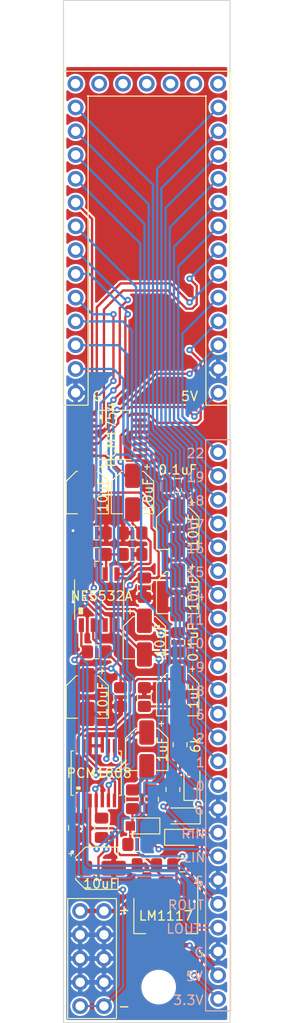
<source format=kicad_pcb>
(kicad_pcb (version 20211014) (generator pcbnew)
  (title_block (comment 4 "AISLER Project ID: NXZDVLSW"))
  (layers (0 "F.Cu" signal) (31 "B.Cu" signal) (34 "B.Paste" user) (35 "F.Paste" user) (36 "B.SilkS" user "B.Silkscreen") (37 "F.SilkS" user "F.Silkscreen") (38 "B.Mask" user) (39 "F.Mask" user) (44 "Edge.Cuts" user))
  (net 0 "")
  (net 1 "/Teensy_Pin_1")
  (net 2 "/Teensy_Pin_2")
  (net 3 "Net-(C15-Pad1)")
  (net 4 "Net-(J1-Pad3)")
  (net 5 "Net-(J1-Pad4)")
  (net 6 "/Teensy_Pin_6")
  (net 7 "Net-(J1-Pad5)")
  (net 8 "Net-(J1-Pad7)")
  (net 9 "/Teensy_Pin_8")
  (net 10 "/Teensy_Pin_9")
  (net 11 "/Teensy_Pin_10")
  (net 19 "-12V")
  (net 20 "GND")
  (net 21 "+12V")
  (net 22 "/5VPPAudioOutL")
  (net 23 "Net-(OpAmp1-Pad2)")
  (net 24 "Net-(C2-Pad2)")
  (net 25 "Net-(C4-Pad2)")
  (net 26 "Net-(OpAmp1-Pad6)")
  (net 27 "/5VPPAudioOutR")
  (net 28 "Net-(C9-Pad2)")
  (net 29 "Net-(J2-Pad20)")
  (net 31 "+5V")
  (net 32 "Net-(C2-Pad1)")
  (net 33 "Net-(C4-Pad1)")
  (net 34 "Net-(D1-Pad2)")
  (net 36 "Net-(J2-Pad23)")
  (net 37 "Net-(C9-Pad1)")
  (net 38 "+3.3V")
  (net 39 "/Teensy_Pin_11")
  (net 40 "Net-(C8-Pad1)")
  (net 41 "/LAudioIn")
  (net 42 "Net-(C8-Pad2)")
  (net 43 "Net-(D3-Pad2)")
  (net 44 "/RAudioIn")
  (net 45 "Net-(J2-Pad21)")
  (net 46 "Net-(C10-Pad2)")
  (net 47 "Net-(D1-Pad1)")
  (net 48 "Net-(D3-Pad1)")
  (net 49 "/Teensy_Pin_22")
  (net 50 "/Teensy_Pin_19")
  (net 51 "/Teensy_Pin_18")
  (net 52 "/Teensy_Pin_17")
  (net 53 "/Teensy_Pin_16")
  (net 54 "/Teensy_Pin_15")
  (net 55 "/Teensy_Pin_14")
  (net 56 "/Teensy_Pin_0")
  (footprint "Capacitor_SMD:CP_Elec_4x4.5" (layer "F.Cu") (at 164.592 157.988 -90)
    (fp_text reference "C8" hide)
    (fp_text value "1uF")
  )
  (footprint "Resistor_SMD:R_0805_2012Metric_Pad1.20x1.40mm_HandSolder" (layer "F.Cu") (at 155.956 153.416 180)
    (fp_text reference "R2" hide)
    (fp_text value "15k")
  )
  (footprint "Resistor_SMD:R_0805_2012Metric_Pad1.20x1.40mm_HandSolder" (layer "F.Cu") (at 161.798 169.164 90)
    (fp_text reference "R7" hide)
    (fp_text value "3k")
  )
  (footprint "Capacitor_SMD:CP_Elec_4x4.5" (layer "F.Cu") (at 164.592 147.066 -90)
    (fp_text reference "C5" hide)
    (fp_text value "10uF")
  )
  (footprint "Resistor_SMD:R_0805_2012Metric_Pad1.20x1.40mm_HandSolder" (layer "F.Cu") (at 159.766 169.164 -90)
    (fp_text reference "R8" hide)
    (fp_text value "6k")
  )
  (footprint "PCM1808:PCM1808PW" (layer "F.Cu") (at 155.8925 166.37 90)
    (fp_text reference "U2" hide)
    (fp_text value "PCM1808PW" hide)
  )
  (footprint "Resistor_SMD:R_0805_2012Metric_Pad1.20x1.40mm_HandSolder" (layer "F.Cu") (at 158.496 158.242 90)
    (fp_text reference "R1" hide)
    (fp_text value "10k")
  )
  (footprint "MountingHole:MountingHole_3.2mm_M3_ISO7380" (layer "F.Cu") (at 162.56 189.23)
    (fp_text reference "REF**" hide)
    (fp_text value "MountingHole_3.2mm_M3_ISO7380" hide)
  )
  (footprint "NE5534A:NE5532AD" (layer "F.Cu") (at 156.21 147.828 90)
    (fp_text reference "OpAmp1" hide)
    (fp_text value "NE5532A")
  )
  (footprint "Connector_PinHeader_2.54mm:PinHeader_2x05_P2.54mm_Vertical" (layer "F.Cu") (at 156.718 191.257 180)
    (fp_text reference "J4" hide)
    (fp_text value "Conn_02x05_Counter_Clockwise" hide)
  )
  (footprint "Capacitor_SMD:CP_Elec_4x4.5" (layer "F.Cu") (at 155.956 176.53)
    (fp_text reference "C7" hide)
    (fp_text value "10uF")
  )
  (footprint "Package_TO_SOT_SMD:SOT-223-3_TabPin2" (layer "F.Cu") (at 163.322 181.61 -90)
    (fp_text reference "U3" hide)
    (fp_text value "LM1117-5.0" hide)
  )
  (footprint "Resistor_SMD:R_0805_2012Metric_Pad1.20x1.40mm_HandSolder" (layer "F.Cu") (at 164.084388 168.115128 -90)
    (fp_text reference "R12" hide)
    (fp_text value "1k")
  )
  (footprint "Resistor_SMD:R_0805_2012Metric_Pad1.20x1.40mm_HandSolder" (layer "F.Cu") (at 159.766 143.002)
    (fp_text reference "R3" hide)
    (fp_text value "10k")
  )
  (footprint "MountingHole:MountingHole_3.2mm_M3_ISO7380" (layer "F.Cu") (at 162.56 87.63)
    (fp_text reference "REF**" hide)
    (fp_text value "MountingHole_3.2mm_M3_ISO7380" hide)
  )
  (footprint "Diode_SMD:D_SOD-323_HandSoldering" (layer "F.Cu") (at 160.786546 172.01465 180)
    (fp_text reference "D1" hide)
    (fp_text value "4.7V" hide)
  )
  (footprint "Resistor_SMD:R_0805_2012Metric_Pad1.20x1.40mm_HandSolder" (layer "F.Cu") (at 164.846 163.322 -90)
    (fp_text reference "R11" hide)
    (fp_text value "6k")
  )
  (footprint "Diode_SMD:D_SOD-323_HandSoldering" (layer "F.Cu") (at 166.116 167.386 90)
    (fp_text reference "D3" hide)
    (fp_text value "4.7V" hide)
  )
  (footprint "Capacitor_SMD:C_0805_2012Metric_Pad1.18x1.45mm_HandSolder" (layer "F.Cu") (at 165.099999 176.176218)
    (fp_text reference "C13" hide)
    (fp_text value "10uF")
  )
  (footprint "Resistor_SMD:R_0805_2012Metric_Pad1.20x1.40mm_HandSolder" (layer "F.Cu") (at 155.956 143.002)
    (fp_text reference "R4" hide)
    (fp_text value "15k")
  )
  (footprint "Resistor_SMD:R_0805_2012Metric_Pad1.20x1.40mm_HandSolder" (layer "F.Cu") (at 160.274 173.99)
    (fp_text reference "R9" hide)
    (fp_text value "1k")
  )
  (footprint "Capacitor_SMD:C_0805_2012Metric_Pad1.18x1.45mm_HandSolder" (layer "F.Cu") (at 164.592 135.636 180)
    (fp_text reference "C16" hide)
    (fp_text value "0.1uF")
  )
  (footprint "Capacitor_SMD:CP_Elec_4x4.5" (layer "F.Cu") (at 154.94 136.398 -90)
    (fp_text reference "C2" hide)
    (fp_text value "10uF")
  )
  (footprint "Resistor_SMD:R_0805_2012Metric_Pad1.20x1.40mm_HandSolder" (layer "F.Cu") (at 161.036 158.242 -90)
    (fp_text reference "R10" hide)
    (fp_text value "3k")
  )
  (footprint "Diode_SMD:D_SOD-323_HandSoldering" (layer "F.Cu") (at 165.1 170.942 180)
    (fp_text reference "D4" hide)
    (fp_text value "4.7V" hide)
  )
  (footprint "Connector_PinSocket_2.54mm:PinSocket_1x07_P2.54mm_Vertical" (layer "F.Cu") (at 153.67 92.71 90)
    (fp_text reference "J5" hide)
    (fp_text value "Teensy4.0_Pins_Top")
  )
  (footprint "Capacitor_SMD:C_0805_2012Metric_Pad1.18x1.45mm_HandSolder" (layer "F.Cu") (at 161.300924 176.176883 180)
    (fp_text reference "C14" hide)
    (fp_text value "22uF")
  )
  (footprint "Resistor_SMD:R_0805_2012Metric_Pad1.20x1.40mm_HandSolder" (layer "F.Cu") (at 155.956 140.716 180)
    (fp_text reference "R5" hide)
    (fp_text value "5k")
  )
  (footprint "Capacitor_SMD:CP_Elec_4x4.5" (layer "F.Cu") (at 161.036 151.892 -90)
    (fp_text reference "C1" hide)
    (fp_text value "10uF")
  )
  (footprint "Capacitor_SMD:C_0805_2012Metric_Pad1.18x1.45mm_HandSolder" (layer "F.Cu") (at 164.592 152.4 -90)
    (fp_text reference "C3" hide)
    (fp_text value "0.1uF")
  )
  (footprint "Capacitor_SMD:CP_Elec_4x4.5" (layer "F.Cu") (at 164.592 140.208 -90)
    (fp_text reference "C15" hide)
    (fp_text value "10uF")
  )
  (footprint "Capacitor_SMD:CP_Elec_4x4.5" (layer "F.Cu") (at 154.94 158.242 -90)
    (fp_text reference "C11" hide)
    (fp_text value "10uF")
  )
  (footprint "Diode_SMD:D_SOD-323_HandSoldering" (layer "F.Cu") (at 165.1 173.228)
    (fp_text reference "D2" hide)
    (fp_text value "4.7V" hide)
  )
  (footprint "Resistor_SMD:R_0805_2012Metric_Pad1.20x1.40mm_HandSolder" (layer "F.Cu") (at 159.766 140.716)
    (fp_text reference "R6" hide)
    (fp_text value "5k")
  )
  (footprint "Capacitor_SMD:C_0805_2012Metric_Pad1.18x1.45mm_HandSolder" (layer "F.Cu") (at 161.036 146.558 -90)
    (fp_text reference "C6" hide)
    (fp_text value "0.1uF")
  )
  (footprint "Connector_PinSocket_2.54mm:PinSocket_1x13_P2.54mm_Vertical" (layer "F.Cu") (at 153.695 95.25)
    (fp_text reference "J1" hide)
    (fp_text value "Teensy4.0_Pins_Right")
  )
  (footprint "Capacitor_SMD:C_0805_2012Metric_Pad1.18x1.45mm_HandSolder" (layer "F.Cu") (at 153.67 172.212 90)
    (fp_text reference "C10" hide)
    (fp_text value "0.1uF")
  )
  (footprint "Capacitor_SMD:CP_Elec_4x4.5" (layer "F.Cu") (at 161.29 163.83 -90)
    (fp_text reference "C9" hide)
    (fp_text value "1uF")
  )
  (footprint "Capacitor_SMD:C_0805_2012Metric_Pad1.18x1.45mm_HandSolder" (layer "F.Cu") (at 156.464 172.212 -90)
    (fp_text reference "C12" hide)
    (fp_text value "0.1uF")
  )
  (footprint "Capacitor_SMD:CP_Elec_4x4.5" (layer "F.Cu") (at 159.766 136.398 -90)
    (fp_text reference "C4" hide)
    (fp_text value "10uF")
  )
  (footprint "Connector_PinSocket_2.54mm:PinSocket_1x13_P2.54mm_Vertical" (layer "F.Cu") (at 168.935 95.25)
    (fp_text reference "J2" hide)
    (fp_text value "Teensy4.0_Pins_Left")
  )
  (footprint "PCM1754DBQR:PCM1754DBQ" (layer "F.Cu") (at 157.843725 130.2385)
    (fp_text reference "U1" hide)
    (fp_text value "PCM1754DBQ" hide)
  )
  (footprint "Connector_PinHeader_2.54mm:PinHeader_1x24_P2.54mm_Vertical" (layer "B.Cu") (at 168.91 190.5)
    (fp_text reference "J3" hide)
    (fp_text value "Conn_01x24_Male")
  )
  (gr_line (start 170.18 193.04) (end 152.4 193.04) (layer "Edge.Cuts") (width 0.1))
  (gr_line (start 170.18 83.82) (end 170.18 193.04) (layer "Edge.Cuts") (width 0.1))
  (gr_line (start 152.4 193.04) (end 152.4 83.82) (layer "Edge.Cuts") (width 0.1))
  (gr_line (start 152.4 83.82) (end 170.18 83.82) (layer "Edge.Cuts") (width 0.1))
  (gr_text "G" (at 166.878 177.927) (layer "B.SilkS") (effects (font (size 1 1))))
  (gr_text "10" (at 166.497 152.527) (layer "B.SilkS") (effects (font (size 1 1))))
  (gr_text "11" (at 166.497 149.987) (layer "B.SilkS") (effects (font (size 1 1))))
  (gr_text "14" (at 166.497 147.447) (layer "B.SilkS") (effects (font (size 1 1))))
  (gr_text "8" (at 167.005 157.607) (layer "B.SilkS") (effects (font (size 1 1))))
  (gr_text "G" (at 166.878 185.547) (layer "B.SilkS") (effects (font (size 1 1))))
  (gr_text "1" (at 167.005 165.227) (layer "B.SilkS") (effects (font (size 1 1))))
  (gr_text "0" (at 167.005 167.767) (layer "B.SilkS") (effects (font (size 1 1))))
  (gr_text "9" (at 167.005 155.067) (layer "B.SilkS") (effects (font (size 1 1))))
  (gr_text "15" (at 166.497 144.907) (layer "B.SilkS") (effects (font (size 1 1))))
  (gr_text "6" (at 167.005 160.147) (layer "B.SilkS") (effects (font (size 1 1))))
  (gr_text "18" (at 166.497 137.287) (layer "B.SilkS") (effects (font (size 1 1))))
  (gr_text "17" (at 166.497 139.827) (layer "B.SilkS") (effects (font (size 1 1))))
  (gr_text "3.3V" (at 165.735 190.627) (layer "B.SilkS") (effects (font (size 1 1))))
  (gr_text "16" (at 166.497 142.367) (layer "B.SilkS") (effects (font (size 1 1))))
  (gr_text "LOUT" (at 165.227 183.007) (layer "B.SilkS") (effects (font (size 1 1))))
  (gr_text "5V" (at 166.37 188.087) (layer "B.SilkS") (effects (font (size 1 1))))
  (gr_text "2" (at 167.005 162.687) (layer "B.SilkS") (effects (font (size 1 1))))
  (gr_text "RIN" (at 166.243 172.847) (layer "B.SilkS") (effects (font (size 1 1))))
  (gr_text "LIN" (at 166.37 175.387) (layer "B.SilkS") (effects (font (size 1 1))))
  (gr_text "22" (at 166.497 132.207) (layer "B.SilkS") (effects (font (size 1 1))))
  (gr_text "19\n" (at 166.497 134.747) (layer "B.SilkS") (effects (font (size 1 1))))
  (gr_text "ROUT" (at 165.481 180.467) (layer "B.SilkS") (effects (font (size 1 1))))
  (gr_text "G" (at 166.878 170.307) (layer "B.SilkS") (effects (font (size 1 1))))
  (gr_text "G\n" (at 155.956 126.111) (layer "F.SilkS") (effects (font (size 1 1))))
  (gr_text "-\n" (at 158.877 191.262) (layer "F.SilkS") (effects (font (size 1 1))))
  (gr_text "5V" (at 165.862 126.111) (layer "F.SilkS") (effects (font (size 1 1))))
  (gr_text "+" (at 158.877 180.975) (layer "F.SilkS") (effects (font (size 1 1))))
  (segment (start 163.017802 142.095188) (end 163.017802 140.208) (width 0.25) (layer "B.Cu") (net 1))
  (segment (start 168.91 165.1) (end 167.132 163.322) (width 0.25) (layer "B.Cu") (net 1))
  (segment (start 165.782 156.261188) (end 165.782 154.483188) (width 0.25) (layer "B.Cu") (net 1))
  (segment (start 166.682 160.968396) (end 166.682 159.064792) (width 0.25) (layer "B.Cu") (net 1))
  (segment (start 165.782 154.483188) (end 165.332 154.033188) (width 0.25) (layer "B.Cu") (net 1))
  (segment (start 164.817802 151.489782) (end 164.817802 149.589584) (width 0.25) (layer "B.Cu") (net 1))
  (segment (start 162.567802 137.818158) (end 162.05001 137.300366) (width 0.25) (layer "B.Cu") (net 1))
  (segment (start 166.232 158.614792) (end 166.232 156.711188) (width 0.25) (layer "B.Cu") (net 1))
  (segment (start 159.25 130.790792) (end 159.25 121.658) (width 0.25) (layer "B.Cu") (net 1))
  (segment (start 161.674 133.214792) (end 159.25 130.790792) (width 0.25) (layer "B.Cu") (net 1))
  (segment (start 166.232 156.711188) (end 165.782 156.261188) (width 0.25) (layer "B.Cu") (net 1))
  (segment (start 163.467802 142.545188) (end 163.017802 142.095188) (width 0.25) (layer "B.Cu") (net 1))
  (segment (start 162.05001 135.619584) (end 161.674 135.243574) (width 0.25) (layer "B.Cu") (net 1))
  (segment (start 161.674 135.243574) (end 161.674 133.214792) (width 0.25) (layer "B.Cu") (net 1))
  (segment (start 164.367802 149.139584) (end 164.367802 147.232574) (width 0.25) (layer "B.Cu") (net 1))
  (segment (start 163.017802 140.208) (end 162.567802 139.758) (width 0.25) (layer "B.Cu") (net 1))
  (segment (start 164.367802 147.232574) (end 163.888 146.752772) (width 0.25) (layer "B.Cu") (net 1))
  (segment (start 166.682 159.064792) (end 166.232 158.614792) (width 0.25) (layer "B.Cu") (net 1))
  (segment (start 165.332 154.033188) (end 165.332 152.00398) (width 0.25) (layer "B.Cu") (net 1))
  (segment (start 165.332 152.00398) (end 164.817802 151.489782) (width 0.25) (layer "B.Cu") (net 1))
  (segment (start 167.132 163.322) (end 167.132 161.418396) (width 0.25) (layer "B.Cu") (net 1))
  (segment (start 159.25 121.658) (end 158.242 120.65) (width 0.25) (layer "B.Cu") (net 1))
  (segment (start 164.817802 149.589584) (end 164.367802 149.139584) (width 0.25) (layer "B.Cu") (net 1))
  (segment (start 163.888 144.849168) (end 163.467802 144.42897) (width 0.25) (layer "B.Cu") (net 1))
  (segment (start 163.888 146.752772) (end 163.888 144.849168) (width 0.25) (layer "B.Cu") (net 1))
  (segment (start 162.05001 137.300366) (end 162.05001 135.619584) (width 0.25) (layer "B.Cu") (net 1))
  (segment (start 163.467802 144.42897) (end 163.467802 142.545188) (width 0.25) (layer "B.Cu") (net 1))
  (segment (start 158.242 120.65) (end 153.695 120.65) (width 0.25) (layer "B.Cu") (net 1))
  (segment (start 167.132 161.418396) (end 166.682 160.968396) (width 0.25) (layer "B.Cu") (net 1))
  (segment (start 162.567802 139.758) (end 162.567802 137.818158) (width 0.25) (layer "B.Cu") (net 1))
  (segment (start 163.467802 141.908792) (end 163.467802 140.005188) (width 0.25) (layer "B.Cu") (net 2))
  (segment (start 162.50001 137.11397) (end 162.50001 135.433188) (width 0.25) (layer "B.Cu") (net 2))
  (segment (start 162.124 135.057178) (end 162.124 133.028396) (width 0.25) (layer "B.Cu") (net 2))
  (segment (start 165.782 151.817584) (end 165.267802 151.303386) (width 0.25) (layer "B.Cu") (net 2))
  (segment (start 159.7 119.06) (end 158.75 118.11) (width 0.25) (layer "B.Cu") (net 2))
  (segment (start 164.338 144.662772) (end 163.917802 144.242574) (width 0.25) (layer "B.Cu") (net 2))
  (segment (start 166.682 158.428396) (end 166.682 156.524792) (width 0.25) (layer "B.Cu") (net 2))
  (segment (start 163.017802 139.555188) (end 163.017802 137.631762) (width 0.25) (layer "B.Cu") (net 2))
  (segment (start 164.338 146.566376) (end 164.338 144.662772) (width 0.25) (layer "B.Cu") (net 2))
  (segment (start 162.50001 135.433188) (end 162.124 135.057178) (width 0.25) (layer "B.Cu") (net 2))
  (segment (start 165.267802 149.403188) (end 164.817802 148.953188) (width 0.25) (layer "B.Cu") (net 2))
  (segment (start 165.782 153.846792) (end 165.782 151.817584) (width 0.25) (layer "B.Cu") (net 2))
  (segment (start 163.917802 142.358792) (end 163.467802 141.908792) (width 0.25) (layer "B.Cu") (net 2))
  (segment (start 167.132 158.878396) (end 166.682 158.428396) (width 0.25) (layer "B.Cu") (net 2))
  (segment (start 159.7 130.604396) (end 159.7 119.06) (width 0.25) (layer "B.Cu") (net 2))
  (segment (start 167.132 160.782) (end 167.132 158.878396) (width 0.25) (layer "B.Cu") (net 2))
  (segment (start 166.232 156.074792) (end 166.232 154.296792) (width 0.25) (layer "B.Cu") (net 2))
  (segment (start 163.017802 137.631762) (end 162.50001 137.11397) (width 0.25) (layer "B.Cu") (net 2))
  (segment (start 163.467802 140.005188) (end 163.017802 139.555188) (width 0.25) (layer "B.Cu") (net 2))
  (segment (start 166.232 154.296792) (end 165.782 153.846792) (width 0.25) (layer "B.Cu") (net 2))
  (segment (start 164.817802 148.953188) (end 164.817802 147.046178) (width 0.25) (layer "B.Cu") (net 2))
  (segment (start 162.124 133.028396) (end 159.7 130.604396) (width 0.25) (layer "B.Cu") (net 2))
  (segment (start 158.75 118.11) (end 153.695 118.11) (width 0.25) (layer "B.Cu") (net 2))
  (segment (start 166.682 156.524792) (end 166.232 156.074792) (width 0.25) (layer "B.Cu") (net 2))
  (segment (start 168.91 162.56) (end 167.132 160.782) (width 0.25) (layer "B.Cu") (net 2))
  (segment (start 163.917802 144.242574) (end 163.917802 142.358792) (width 0.25) (layer "B.Cu") (net 2))
  (segment (start 165.267802 151.303386) (end 165.267802 149.403188) (width 0.25) (layer "B.Cu") (net 2))
  (segment (start 164.817802 147.046178) (end 164.338 146.566376) (width 0.25) (layer "B.Cu") (net 2))
  (segment (start 163.83 135.636) (end 164.592 136.398) (width 0.25) (layer "F.Cu") (net 3))
  (segment (start 160.565073 131.826) (end 161.542522 131.826) (width 0.25) (layer "F.Cu") (net 3))
  (segment (start 161.798 132.081478) (end 161.798 133.096) (width 0.25) (layer "F.Cu") (net 3))
  (segment (start 163.5545 134.8525) (end 163.5545 135.636) (width 0.25) (layer "F.Cu") (net 3))
  (segment (start 161.542522 131.826) (end 161.798 132.081478) (width 0.25) (layer "F.Cu") (net 3))
  (segment (start 161.798 133.096) (end 163.5545 134.8525) (width 0.25) (layer "F.Cu") (net 3))
  (segment (start 163.5545 135.636) (end 163.83 135.636) (width 0.25) (layer "F.Cu") (net 3))
  (segment (start 164.592 136.398) (end 164.592 138.408) (width 0.25) (layer "F.Cu") (net 3))
  (segment (start 157.117 166.515) (end 157.901 167.299) (width 0.25) (layer "F.Cu") (net 4))
  (segment (start 157.901 167.299) (end 157.901 169.232499) (width 0.25) (layer "F.Cu") (net 4))
  (segment (start 157.734 124.46) (end 157.734 117.348) (width 0.25) (layer "F.Cu") (net 4))
  (segment (start 155.931614 166.515) (end 157.117 166.515) (width 0.25) (layer "F.Cu") (net 4))
  (segment (start 157.901 169.232499) (end 157.842499 169.291) (width 0.25) (layer "F.Cu") (net 4))
  (segment (start 155.859344 166.58727) (end 155.931614 166.515) (width 0.25) (layer "F.Cu") (net 4))
  (via (at 157.734 124.46) (size 0.7) (drill 0.3) (layers "F.Cu" "B.Cu") (net 4))
  (via (at 157.734 117.348) (size 0.7) (drill 0.3) (layers "F.Cu" "B.Cu") (net 4))
  (via (at 155.859344 166.58727) (size 0.7) (drill 0.3) (layers "F.Cu" "B.Cu") (net 4))
  (segment (start 155.905 145.873396) (end 155.905 126.289) (width 0.25) (layer "B.Cu") (net 4))
  (segment (start 155.905 126.289) (end 157.734 124.46) (width 0.25) (layer "B.Cu") (net 4))
  (segment (start 155.905 147.269) (end 156.464 146.71) (width 0.25) (layer "B.Cu") (net 4))
  (segment (start 155.905 166.541614) (end 155.905 147.269) (width 0.25) (layer "B.Cu") (net 4))
  (segment (start 156.464 146.432396) (end 155.905 145.873396) (width 0.25) (layer "B.Cu") (net 4))
  (segment (start 157.734 117.348) (end 155.473 117.348) (width 0.25) (layer "B.Cu") (net 4))
  (segment (start 155.859344 166.58727) (end 155.905 166.541614) (width 0.25) (layer "B.Cu") (net 4))
  (segment (start 155.473 117.348) (end 153.695 115.57) (width 0.25) (layer "B.Cu") (net 4))
  (segment (start 156.464 146.71) (end 156.464 146.432396) (width 0.25) (layer "B.Cu") (net 4))
  (segment (start 157.842501 164.700501) (end 157.988 164.846) (width 0.25) (layer "F.Cu") (net 5))
  (segment (start 159.004 117.602) (end 159.004 125.222) (width 0.25) (layer "F.Cu") (net 5))
  (segment (start 159.004 125.222) (end 157.734 126.492) (width 0.25) (layer "F.Cu") (net 5))
  (segment (start 159.258 117.348) (end 159.004 117.602) (width 0.25) (layer "F.Cu") (net 5))
  (segment (start 157.842501 163.449) (end 157.842501 164.700501) (width 0.25) (layer "F.Cu") (net 5))
  (via (at 157.734 126.492) (size 0.7) (drill 0.3) (layers "F.Cu" "B.Cu") (net 5))
  (via (at 157.988 164.846) (size 0.7) (drill 0.3) (layers "F.Cu" "B.Cu") (net 5))
  (via (at 159.258 117.348) (size 0.7) (drill 0.3) (layers "F.Cu" "B.Cu") (net 5))
  (segment (start 157.48 144.272) (end 157.792 143.96) (width 0.25) (layer "B.Cu") (net 5))
  (segment (start 157.988 158.242) (end 157.48 157.734) (width 0.25) (layer "B.Cu") (net 5))
  (segment (start 157.226 133.858) (end 157.226 127) (width 0.25) (layer "B.Cu") (net 5))
  (segment (start 159.258 117.348) (end 159.258 117.1305) (width 0.25) (layer "B.Cu") (net 5))
  (segment (start 156.805 156.364604) (end 156.805 154.149) (width 0.25) (layer "B.Cu") (net 5))
  (segment (start 157.792 153.162) (end 157.792 146.246) (width 0.25) (layer "B.Cu") (net 5))
  (segment (start 157.988 164.846) (end 157.988 158.242) (width 0.25) (layer "B.Cu") (net 5))
  (segment (start 156.805 154.149) (end 157.792 153.162) (width 0.25) (layer "B.Cu") (net 5))
  (segment (start 157.792 134.424) (end 157.226 133.858) (width 0.25) (layer "B.Cu") (net 5))
  (segment (start 157.48 157.039604) (end 156.805 156.364604) (width 0.25) (layer "B.Cu") (net 5))
  (segment (start 157.226 127) (end 157.734 126.492) (width 0.25) (layer "B.Cu") (net 5))
  (segment (start 157.48 157.734) (end 157.48 157.039604) (width 0.25) (layer "B.Cu") (net 5))
  (segment (start 157.48 145.934) (end 157.48 144.272) (width 0.25) (layer "B.Cu") (net 5))
  (segment (start 157.792 146.246) (end 157.48 145.934) (width 0.25) (layer "B.Cu") (net 5))
  (segment (start 155.1575 113.03) (end 153.695 113.03) (width 0.25) (layer "B.Cu") (net 5))
  (segment (start 157.792 143.96) (end 157.792 134.424) (width 0.25) (layer "B.Cu") (net 5))
  (segment (start 159.258 117.1305) (end 155.1575 113.03) (width 0.25) (layer "B.Cu") (net 5))
  (segment (start 160.15 130.418) (end 160.15 114.405) (width 0.25) (layer "B.Cu") (net 6))
  (segment (start 165.267802 146.859782) (end 164.817802 146.409782) (width 0.25) (layer "B.Cu") (net 6))
  (segment (start 164.817802 144.506178) (end 164.367802 144.056178) (width 0.25) (layer "B.Cu") (net 6))
  (segment (start 168.91 160.02) (end 167.132 158.242) (width 0.25) (layer "B.Cu") (net 6))
  (segment (start 163.917802 141.722396) (end 163.917802 139.818792) (width 0.25) (layer "B.Cu") (net 6))
  (segment (start 163.467802 139.368792) (end 163.467802 137.445366) (width 0.25) (layer "B.Cu") (net 6))
  (segment (start 162.574 134.870782) (end 162.574 132.842) (width 0.25) (layer "B.Cu") (net 6))
  (segment (start 167.132 158.242) (end 167.132 156.338396) (width 0.25) (layer "B.Cu") (net 6))
  (segment (start 167.132 156.338396) (end 166.682 155.888396) (width 0.25) (layer "B.Cu") (net 6))
  (segment (start 166.682 154.110396) (end 166.232 153.660396) (width 0.25) (layer "B.Cu") (net 6))
  (segment (start 162.574 132.842) (end 160.15 130.418) (width 0.25) (layer "B.Cu") (net 6))
  (segment (start 163.917802 139.818792) (end 163.467802 139.368792) (width 0.25) (layer "B.Cu") (net 6))
  (segment (start 164.367802 142.172396) (end 163.917802 141.722396) (width 0.25) (layer "B.Cu") (net 6))
  (segment (start 165.717802 151.11699) (end 165.717802 149.216792) (width 0.25) (layer "B.Cu") (net 6))
  (segment (start 165.267802 148.766792) (end 165.267802 146.859782) (width 0.25) (layer "B.Cu") (net 6))
  (segment (start 166.682 155.888396) (end 166.682 154.110396) (width 0.25) (layer "B.Cu") (net 6))
  (segment (start 162.95001 136.927574) (end 162.95001 135.246792) (width 0.25) (layer "B.Cu") (net 6))
  (segment (start 163.467802 137.445366) (end 162.95001 136.927574) (width 0.25) (layer "B.Cu") (net 6))
  (segment (start 166.232 153.660396) (end 166.232 151.631188) (width 0.25) (layer "B.Cu") (net 6))
  (segment (start 166.232 151.631188) (end 165.717802 151.11699) (width 0.25) (layer "B.Cu") (net 6))
  (segment (start 164.817802 146.409782) (end 164.817802 144.506178) (width 0.25) (layer "B.Cu") (net 6))
  (segment (start 162.95001 135.246792) (end 162.574 134.870782) (width 0.25) (layer "B.Cu") (net 6))
  (segment (start 160.15 114.405) (end 153.695 107.95) (width 0.25) (layer "B.Cu") (net 6))
  (segment (start 165.717802 149.216792) (end 165.267802 148.766792) (width 0.25) (layer "B.Cu") (net 6))
  (segment (start 164.367802 144.056178) (end 164.367802 142.172396) (width 0.25) (layer "B.Cu") (net 6))
  (segment (start 158.409 116.673) (end 158.409 124.801) (width 0.25) (layer "F.Cu") (net 7))
  (segment (start 159.258 115.824) (end 158.409 116.673) (width 0.25) (layer "F.Cu") (net 7))
  (segment (start 157.1925 164.6255) (end 157.1925 163.449) (width 0.25) (layer "F.Cu") (net 7))
  (segment (start 158.409 124.801) (end 157.734 125.476) (width 0.25) (layer "F.Cu") (net 7))
  (segment (start 156.972 164.846) (end 157.1925 164.6255) (width 0.25) (layer "F.Cu") (net 7))
  (via (at 159.258 115.824) (size 0.7) (drill 0.3) (layers "F.Cu" "B.Cu") (net 7))
  (via (at 157.734 125.476) (size 0.7) (drill 0.3) (layers "F.Cu" "B.Cu") (net 7))
  (via (at 156.972 164.846) (size 0.7) (drill 0.3) (layers "F.Cu" "B.Cu") (net 7))
  (segment (start 159.029 115.824) (end 153.695 110.49) (width 0.25) (layer "B.Cu") (net 7))
  (segment (start 156.355 126.855) (end 157.734 125.476) (width 0.25) (layer "B.Cu") (net 7))
  (segment (start 156.972 164.846) (end 157.03 164.788) (width 0.25) (layer "B.Cu") (net 7))
  (segment (start 157.03 157.226) (end 156.355 156.551) (width 0.25) (layer "B.Cu") (net 7))
  (segment (start 157.03 164.788) (end 157.03 157.226) (width 0.25) (layer "B.Cu") (net 7))
  (segment (start 156.972 147.066) (end 156.972 146.304) (width 0.25) (layer "B.Cu") (net 7))
  (segment (start 156.972 146.304) (end 156.355 145.687) (width 0.25) (layer "B.Cu") (net 7))
  (segment (start 156.355 156.551) (end 156.355 147.683) (width 0.25) (layer "B.Cu") (net 7))
  (segment (start 156.355 147.683) (end 156.972 147.066) (width 0.25) (layer "B.Cu") (net 7))
  (segment (start 159.258 115.824) (end 159.029 115.824) (width 0.25) (layer "B.Cu") (net 7))
  (segment (start 156.355 145.687) (end 156.355 126.855) (width 0.25) (layer "B.Cu") (net 7))
  (segment (start 154.069928 128.5184) (end 154.069928 127.616072) (width 0.25) (layer "F.Cu") (net 8))
  (segment (start 155.448 126.238) (end 155.448 107.163) (width 0.25) (layer "F.Cu") (net 8))
  (segment (start 154.069928 127.616072) (end 155.448 126.238) (width 0.25) (layer "F.Cu") (net 8))
  (segment (start 154.202528 128.651) (end 154.069928 128.5184) (width 0.25) (layer "F.Cu") (net 8))
  (segment (start 155.448 107.163) (end 153.695 105.41) (width 0.25) (layer "F.Cu") (net 8))
  (segment (start 155.122377 128.651) (end 154.202528 128.651) (width 0.25) (layer "F.Cu") (net 8))
  (segment (start 163.024 132.622772) (end 160.6 130.198772) (width 0.25) (layer "B.Cu") (net 9))
  (segment (start 166.167802 150.930594) (end 166.167802 149.030396) (width 0.25) (layer "B.Cu") (net 9))
  (segment (start 163.024 134.684386) (end 163.024 132.622772) (width 0.25) (layer "B.Cu") (net 9))
  (segment (start 165.717802 146.673386) (end 165.267802 146.223386) (width 0.25) (layer "B.Cu") (net 9))
  (segment (start 164.367802 141.536) (end 164.367802 139.632396) (width 0.25) (layer "B.Cu") (net 9))
  (segment (start 165.267802 144.319782) (end 164.817802 143.869782) (width 0.25) (layer "B.Cu") (net 9))
  (segment (start 167.132 155.702) (end 167.132 153.924) (width 0.25) (layer "B.Cu") (net 9))
  (segment (start 168.91 157.48) (end 167.132 155.702) (width 0.25) (layer "B.Cu") (net 9))
  (segment (start 166.682 151.444792) (end 166.167802 150.930594) (width 0.25) (layer "B.Cu") (net 9))
  (segment (start 166.682 153.474) (end 166.682 151.444792) (width 0.25) (layer "B.Cu") (net 9))
  (segment (start 165.717802 148.580396) (end 165.717802 146.673386) (width 0.25) (layer "B.Cu") (net 9))
  (segment (start 163.40001 135.060396) (end 163.024 134.684386) (width 0.25) (layer "B.Cu") (net 9))
  (segment (start 165.267802 146.223386) (end 165.267802 144.319782) (width 0.25) (layer "B.Cu") (net 9))
  (segment (start 160.6 109.775) (end 153.695 102.87) (width 0.25) (layer "B.Cu") (net 9))
  (segment (start 163.917802 137.25897) (end 163.40001 136.741178) (width 0.25) (layer "B.Cu") (net 9))
  (segment (start 163.40001 136.741178) (end 163.40001 135.060396) (width 0.25) (layer "B.Cu") (net 9))
  (segment (start 164.367802 139.632396) (end 163.917802 139.182396) (width 0.25) (layer "B.Cu") (net 9))
  (segment (start 167.132 153.924) (end 166.682 153.474) (width 0.25) (layer "B.Cu") (net 9))
  (segment (start 164.817802 143.869782) (end 164.817802 141.986) (width 0.25) (layer "B.Cu") (net 9))
  (segment (start 163.917802 139.182396) (end 163.917802 137.25897) (width 0.25) (layer "B.Cu") (net 9))
  (segment (start 164.817802 141.986) (end 164.367802 141.536) (width 0.25) (layer "B.Cu") (net 9))
  (segment (start 166.167802 149.030396) (end 165.717802 148.580396) (width 0.25) (layer "B.Cu") (net 9))
  (segment (start 160.6 130.198772) (end 160.6 109.775) (width 0.25) (layer "B.Cu") (net 9))
  (segment (start 164.817802 139.446) (end 164.367802 138.996) (width 0.25) (layer "B.Cu") (net 10))
  (segment (start 161.05 130.012376) (end 161.05 107.685) (width 0.25) (layer "B.Cu") (net 10))
  (segment (start 163.474 134.49799) (end 163.474 132.436376) (width 0.25) (layer "B.Cu") (net 10))
  (segment (start 166.167802 146.48699) (end 165.717802 146.03699) (width 0.25) (layer "B.Cu") (net 10))
  (segment (start 165.717802 144.133386) (end 165.267802 143.683386) (width 0.25) (layer "B.Cu") (net 10))
  (segment (start 166.617802 150.744198) (end 166.617802 148.844) (width 0.25) (layer "B.Cu") (net 10))
  (segment (start 163.85001 136.554782) (end 163.85001 134.874) (width 0.25) (layer "B.Cu") (net 10))
  (segment (start 165.267802 141.779782) (end 164.817802 141.329782) (width 0.25) (layer "B.Cu") (net 10))
  (segment (start 165.267802 143.683386) (end 165.267802 141.779782) (width 0.25) (layer "B.Cu") (net 10))
  (segment (start 167.132 151.258396) (end 166.617802 150.744198) (width 0.25) (layer "B.Cu") (net 10))
  (segment (start 163.474 132.436376) (end 161.05 130.012376) (width 0.25) (layer "B.Cu") (net 10))
  (segment (start 164.367802 137.072574) (end 163.85001 136.554782) (width 0.25) (layer "B.Cu") (net 10))
  (segment (start 166.167802 148.394) (end 166.167802 146.48699) (width 0.25) (layer "B.Cu") (net 10))
  (segment (start 167.132 153.162) (end 167.132 151.258396) (width 0.25) (layer "B.Cu") (net 10))
  (segment (start 166.617802 148.844) (end 166.167802 148.394) (width 0.25) (layer "B.Cu") (net 10))
  (segment (start 161.05 107.685) (end 153.695 100.33) (width 0.25) (layer "B.Cu") (net 10))
  (segment (start 163.85001 134.874) (end 163.474 134.49799) (width 0.25) (layer "B.Cu") (net 10))
  (segment (start 164.367802 138.996) (end 164.367802 137.072574) (width 0.25) (layer "B.Cu") (net 10))
  (segment (start 168.91 154.94) (end 167.132 153.162) (width 0.25) (layer "B.Cu") (net 10))
  (segment (start 164.817802 141.329782) (end 164.817802 139.446) (width 0.25) (layer "B.Cu") (net 10))
  (segment (start 165.717802 146.03699) (end 165.717802 144.133386) (width 0.25) (layer "B.Cu") (net 10))
  (segment (start 161.5 129.82598) (end 161.5 105.595) (width 0.25) (layer "B.Cu") (net 11))
  (segment (start 165.267802 141.143386) (end 165.267802 139.239782) (width 0.25) (layer "B.Cu") (net 11))
  (segment (start 164.817802 138.789782) (end 164.817802 136.886178) (width 0.25) (layer "B.Cu") (net 11))
  (segment (start 166.167802 145.850594) (end 166.167802 143.94699) (width 0.25) (layer "B.Cu") (net 11))
  (segment (start 165.267802 139.239782) (end 164.817802 138.789782) (width 0.25) (layer "B.Cu") (net 11))
  (segment (start 165.717802 143.49699) (end 165.717802 141.593386) (width 0.25) (layer "B.Cu") (net 11))
  (segment (start 168.91 152.4) (end 167.067802 150.557802) (width 0.25) (layer "B.Cu") (net 11))
  (segment (start 163.924 132.24998) (end 161.5 129.82598) (width 0.25) (layer "B.Cu") (net 11))
  (segment (start 163.924 134.28198) (end 163.924 132.24998) (width 0.25) (layer "B.Cu") (net 11))
  (segment (start 166.167802 143.94699) (end 165.717802 143.49699) (width 0.25) (layer "B.Cu") (net 11))
  (segment (start 161.5 105.595) (end 153.695 97.79) (width 0.25) (layer "B.Cu") (net 11))
  (segment (start 166.617802 148.204198) (end 166.617802 146.300594) (width 0.25) (layer "B.Cu") (net 11))
  (segment (start 166.617802 146.300594) (end 166.167802 145.850594) (width 0.25) (layer "B.Cu") (net 11))
  (segment (start 167.067802 150.557802) (end 167.067802 148.654198) (width 0.25) (layer "B.Cu") (net 11))
  (segment (start 164.30001 134.65799) (end 163.924 134.28198) (width 0.25) (layer "B.Cu") (net 11))
  (segment (start 164.817802 136.886178) (end 164.30001 136.368386) (width 0.25) (layer "B.Cu") (net 11))
  (segment (start 167.067802 148.654198) (end 166.617802 148.204198) (width 0.25) (layer "B.Cu") (net 11))
  (segment (start 164.30001 136.368386) (end 164.30001 134.65799) (width 0.25) (layer "B.Cu") (net 11))
  (segment (start 165.717802 141.593386) (end 165.267802 141.143386) (width 0.25) (layer "B.Cu") (net 11))
  (segment (start 161.2905 153.4375) (end 161.036 153.692) (width 0.25) (layer "F.Cu") (net 19))
  (segment (start 156.131 175.339) (end 156.131 178.229) (width 0.25) (layer "F.Cu") (net 19))
  (segment (start 158.115 150.771) (end 158.115 150.549348) (width 0.25) (layer "F.Cu") (net 19))
  (segment (start 161.036 153.692) (end 158.115 150.771) (width 0.25) (layer "F.Cu") (net 19))
  (segment (start 156.718 178.816) (end 158.75 178.816) (width 0.25) (layer "F.Cu") (net 19))
  (segment (start 164.592 153.4375) (end 161.2905 153.4375) (width 0.25) (layer "F.Cu") (net 19))
  (segment (start 162.074 153.692) (end 161.036 153.692) (width 0.25) (layer "F.Cu") (net 19))
  (segment (start 156.131 178.229) (end 156.718 178.816) (width 0.25) (layer "F.Cu") (net 19))
  (segment (start 162.56 154.178) (end 162.074 153.692) (width 0.25) (layer "F.Cu") (net 19))
  (segment (start 156.972 174.498) (end 156.131 175.339) (width 0.25) (layer "F.Cu") (net 19))
  (via (at 156.972 174.498) (size 0.7) (drill 0.3) (layers "F.Cu" "B.Cu") (net 19))
  (via (at 162.56 154.178) (size 0.7) (drill 0.3) (layers "F.Cu" "B.Cu") (net 19))
  (via (at 158.75 178.816) (size 0.7) (drill 0.3) (layers "F.Cu" "B.Cu") (net 19))
  (segment (start 158.692 172.362066) (end 158.692 171.196) (width 0.25) (layer "B.Cu") (net 19))
  (segment (start 156.718 191.257) (end 158.75 189.225) (width 0.25) (layer "B.Cu") (net 19))
  (segment (start 158.692 171.196) (end 159.891604 171.196) (width 0.25) (layer "B.Cu") (net 19))
  (segment (start 154.178 191.257) (end 156.718 191.257) (width 0.25) (layer "B.Cu") (net 19))
  (segment (start 156.972 174.082066) (end 158.692 172.362066) (width 0.25) (layer "B.Cu") (net 19))
  (segment (start 161.994 166.936) (end 160.586 166.936) (width 0.25) (layer "B.Cu") (net 19))
  (segment (start 159.891604 171.196) (end 160.586 170.501604) (width 0.25) (layer "B.Cu") (net 19))
  (segment (start 160.586 170.501604) (end 160.586 169.672) (width 0.25) (layer "B.Cu") (net 19))
  (segment (start 160.586 166.936) (end 160.586 169.614) (width 0.25) (layer "B.Cu") (net 19))
  (segment (start 158.75 189.225) (end 158.75 178.816) (width 0.25) (layer "B.Cu") (net 19))
  (segment (start 162.56 154.178) (end 162.56 166.37) (width 0.25) (layer "B.Cu") (net 19))
  (segment (start 156.972 174.498) (end 156.972 174.082066) (width 0.25) (layer "B.Cu") (net 19))
  (segment (start 162.56 166.37) (end 161.994 166.936) (width 0.25) (layer "B.Cu") (net 19))
  (segment (start 161.798 170.164) (end 161.885 170.251) (width 0.25) (layer "F.Cu") (net 20))
  (segment (start 165.622 178.46) (end 165.622 178.81) (width 0.5) (layer "F.Cu") (net 20))
  (segment (start 166.137499 177.944501) (end 165.622 178.46) (width 0.25) (layer "F.Cu") (net 20))
  (segment (start 160.263424 176.176883) (end 158.109117 176.176883) (width 0.25) (layer "F.Cu") (net 20))
  (segment (start 158.109117 176.176883) (end 157.756 176.53) (width 0.25) (layer "F.Cu") (net 20))
  (segment (start 166.137499 176.176218) (end 166.137499 177.944501) (width 0.25) (layer "F.Cu") (net 20))
  (via (at 153.416 140.462) (size 0.7) (drill 0.3) (layers "F.Cu" "B.Cu") (net 20))
  (via (at 153.416 148.082) (size 0.7) (drill 0.3) (layers "F.Cu" "B.Cu") (net 20))
  (via (at 153.3655 174.752) (size 0.7) (drill 0.3) (layers "F.Cu" "B.Cu") (net 20))
  (via (at 166.37 180.086) (size 0.7) (drill 0.3) (layers "F.Cu" "B.Cu") (net 20))
  (segment (start 164.183782 176.176218) (end 164.062499 176.176218) (width 0.25) (layer "F.Cu") (net 21))
  (segment (start 161.522 150.092) (end 161.036 150.092) (width 0.25) (layer "F.Cu") (net 21))
  (segment (start 164.465 180.721) (end 164.465 176.578719) (width 0.25) (layer "F.Cu") (net 21))
  (segment (start 162.814 151.384) (end 161.522 150.092) (width 0.25) (layer "F.Cu") (net 21))
  (segment (start 164.5705 151.384) (end 164.592 151.3625) (width 0.25) (layer "F.Cu") (net 21))
  (segment (start 165.1 175.26) (end 164.183782 176.176218) (width 0.25) (layer "F.Cu") (net 21))
  (segment (start 162.814 151.384) (end 164.5705 151.384) (width 0.25) (layer "F.Cu") (net 21))
  (segment (start 158.385 181.097) (end 156.718 181.097) (width 0.5) (layer "F.Cu") (net 21))
  (segment (start 161.036 149.86) (end 160.02 148.844) (width 0.25) (layer "F.Cu") (net 21))
  (segment (start 156.967121 148.844) (end 154.973914 146.850793) (width 0.25) (layer "F.Cu") (net 21))
  (segment (start 161.036 150.092) (end 161.036 149.86) (width 0.25) (layer "F.Cu") (net 21))
  (segment (start 154.178 181.097) (end 156.718 181.097) (width 0.5) (layer "F.Cu") (net 21))
  (segment (start 154.973914 146.850793) (end 154.973914 146.845914) (width 0.25) (layer "F.Cu") (net 21))
  (segment (start 161.022 178.46) (end 158.385 181.097) (width 0.5) (layer "F.Cu") (net 21))
  (segment (start 158.39 181.102) (end 164.084 181.102) (width 0.25) (layer "F.Cu") (net 21))
  (segment (start 154.973914 146.845914) (end 154.305 146.177) (width 0.25) (layer "F.Cu") (net 21))
  (segment (start 164.465 176.578719) (end 164.062499 176.176218) (width 0.25) (layer "F.Cu") (net 21))
  (segment (start 158.385 181.097) (end 158.39 181.102) (width 0.25) (layer "F.Cu") (net 21))
  (segment (start 164.084 181.102) (end 164.465 180.721) (width 0.25) (layer "F.Cu") (net 21))
  (segment (start 154.305 146.177) (end 154.305 145.106652) (width 0.25) (layer "F.Cu") (net 21))
  (segment (start 160.02 148.844) (end 156.967121 148.844) (width 0.25) (layer "F.Cu") (net 21))
  (via (at 162.814 151.384) (size 0.7) (drill 0.3) (layers "F.Cu" "B.Cu") (net 21))
  (via (at 165.1 175.26) (size 0.7) (drill 0.3) (layers "F.Cu" "B.Cu") (net 21))
  (segment (start 160.274 174.752) (end 160.274 171.45) (width 0.25) (layer "B.Cu") (net 21))
  (segment (start 162.860305 153.453) (end 162.814 153.453) (width 0.25) (layer "B.Cu") (net 21))
  (segment (start 163.285 154.478305) (end 163.285 153.877695) (width 0.25) (layer "B.Cu") (net 21))
  (segment (start 163.01 154.753305) (end 163.285 154.478305) (width 0.25) (layer "B.Cu") (net 21))
  (segment (start 161.036 167.386) (end 162.306 167.386) (width 0.25) (layer "B.Cu") (net 21))
  (segment (start 163.285 153.877695) (end 162.860305 153.453) (width 0.25) (layer "B.Cu") (net 21))
  (segment (start 165.1 175.26) (end 160.782 175.26) (width 0.25) (layer "B.Cu") (net 21))
  (segment (start 162.814 153.453) (end 162.814 151.384) (width 0.25) (layer "B.Cu") (net 21))
  (segment (start 161.036 170.688) (end 161.036 167.386) (width 0.25) (layer "B.Cu") (net 21))
  (segment (start 160.782 175.26) (end 160.274 174.752) (width 0.25) (layer "B.Cu") (net 21))
  (segment (start 163.01 166.682) (end 163.01 154.753305) (width 0.25) (layer "B.Cu") (net 21))
  (segment (start 160.274 171.45) (end 161.036 170.688) (width 0.25) (layer "B.Cu") (net 21))
  (segment (start 162.306 167.386) (end 163.01 166.682) (width 0.25) (layer "B.Cu") (net 21))
  (segment (start 154.956 153.416) (end 154.432 153.416) (width 0.25) (layer "F.Cu") (net 22))
  (segment (start 154.432 153.416) (end 153.574056 154.273944) (width 0.25) (layer "F.Cu") (net 22))
  (segment (start 154.305 152.765) (end 154.956 153.416) (width 0.25) (layer "F.Cu") (net 22))
  (segment (start 154.305 150.549348) (end 154.305 152.765) (width 0.25) (layer "F.Cu") (net 22))
  (via (at 153.574056 154.273944) (size 0.7) (drill 0.3) (layers "F.Cu" "B.Cu") (net 22))
  (segment (start 153.574056 154.273944) (end 154.04 154.739888) (width 0.25) (layer "B.Cu") (net 22))
  (segment (start 154.04 177.154) (end 154.432 177.546) (width 0.25) (layer "B.Cu") (net 22))
  (segment (start 164.338 177.292) (end 165.227 178.181) (width 0.25) (layer "B.Cu") (net 22))
  (segment (start 159.766 177.292) (end 164.338 177.292) (width 0.25) (layer "B.Cu") (net 22))
  (segment (start 165.227 178.181) (end 165.227 182.245) (width 0.25) (layer "B.Cu") (net 22))
  (segment (start 159.512 177.546) (end 159.766 177.292) (width 0.25) (layer "B.Cu") (net 22))
  (segment (start 165.862 182.88) (end 168.91 182.88) (width 0.25) (layer "B.Cu") (net 22))
  (segment (start 154.04 154.739888) (end 154.04 177.154) (width 0.25) (layer "B.Cu") (net 22))
  (segment (start 154.432 177.546) (end 159.512 177.546) (width 0.25) (layer "B.Cu") (net 22))
  (segment (start 165.227 182.245) (end 165.862 182.88) (width 0.25) (layer "B.Cu") (net 22))
  (segment (start 156.956 153.416) (end 158.496 154.956) (width 0.25) (layer "F.Cu") (net 23))
  (segment (start 155.575 150.549348) (end 155.575 152.035) (width 0.25) (layer "F.Cu") (net 23))
  (segment (start 158.496 154.956) (end 158.496 157.242) (width 0.25) (layer "F.Cu") (net 23))
  (segment (start 155.575 152.035) (end 156.956 153.416) (width 0.25) (layer "F.Cu") (net 23))
  (segment (start 153.22 146.475899) (end 156.845 150.100899) (width 0.25) (layer "F.Cu") (net 24))
  (segment (start 154.956 140.716) (end 153.22 142.452) (width 0.25) (layer "F.Cu") (net 24))
  (segment (start 156.845 150.100899) (end 156.845 150.549348) (width 0.25) (layer "F.Cu") (net 24))
  (segment (start 156.845 150.549348) (end 156.845 150.125) (width 0.25) (layer "F.Cu") (net 24))
  (segment (start 154.94 138.198) (end 154.94 140.7) (width 0.25) (layer "F.Cu") (net 24))
  (segment (start 154.94 140.7) (end 154.956 140.716) (width 0.25) (layer "F.Cu") (net 24))
  (segment (start 153.22 142.452) (end 153.22 146.475899) (width 0.25) (layer "F.Cu") (net 24))
  (segment (start 160.274 144.018) (end 159.185348 145.106652) (width 0.25) (layer "F.Cu") (net 25))
  (segment (start 161.691 141.641) (end 161.691 143.871) (width 0.25) (layer "F.Cu") (net 25))
  (segment (start 161.535 144.027) (end 160.283 144.027) (width 0.25) (layer "F.Cu") (net 25))
  (segment (start 161.691 143.871) (end 161.535 144.027) (width 0.25) (layer "F.Cu") (net 25))
  (segment (start 159.185348 145.106652) (end 158.115 145.106652) (width 0.25) (layer "F.Cu") (net 25))
  (segment (start 159.766 139.716) (end 160.766 140.716) (width 0.25) (layer "F.Cu") (net 25))
  (segment (start 159.766 138.198) (end 159.766 139.716) (width 0.25) (layer "F.Cu") (net 25))
  (segment (start 160.766 140.716) (end 161.691 141.641) (width 0.25) (layer "F.Cu") (net 25))
  (segment (start 160.283 144.027) (end 160.274 144.018) (width 0.25) (layer "F.Cu") (net 25))
  (segment (start 156.956 143.002) (end 156.956 144.995652) (width 0.25) (layer "F.Cu") (net 26))
  (segment (start 156.956 144.995652) (end 156.845 145.106652) (width 0.25) (layer "F.Cu") (net 26))
  (segment (start 156.956 143.002) (end 158.766 143.002) (width 0.25) (layer "F.Cu") (net 26))
  (segment (start 155.575 143.637) (end 155.575 145.106652) (width 0.25) (layer "F.Cu") (net 27))
  (segment (start 155.648914 146.571198) (end 155.575 146.497284) (width 0.25) (layer "F.Cu") (net 27))
  (segment (start 154.956 143.018) (end 155.575 143.637) (width 0.25) (layer "F.Cu") (net 27))
  (segment (start 154.956 143.002) (end 154.956 143.018) (width 0.25) (layer "F.Cu") (net 27))
  (segment (start 155.575 146.497284) (end 155.575 145.106652) (width 0.25) (layer "F.Cu") (net 27))
  (via (at 155.648914 146.571198) (size 0.7) (drill 0.3) (layers "F.Cu" "B.Cu") (net 27))
  (segment (start 153.67 149.606) (end 153.67 153.416) (width 0.25) (layer "B.Cu") (net 27))
  (segment (start 154.94 176.022) (end 155.194 176.276) (width 0.25) (layer "B.Cu") (net 27))
  (segment (start 155.194 176.276) (end 164.846 176.276) (width 0.25) (layer "B.Cu") (net 27))
  (segment (start 164.846 176.276) (end 168.91 180.34) (width 0.25) (layer "B.Cu") (net 27))
  (segment (start 154.94 147.280112) (end 154.94 148.336) (width 0.25) (layer "B.Cu") (net 27))
  (segment (start 153.67 153.416) (end 154.94 154.686) (width 0.25) (layer "B.Cu") (net 27))
  (segment (start 154.94 154.686) (end 154.94 176.022) (width 0.25) (layer "B.Cu") (net 27))
  (segment (start 154.94 148.336) (end 153.67 149.606) (width 0.25) (layer "B.Cu") (net 27))
  (segment (start 155.648914 146.571198) (end 154.94 147.280112) (width 0.25) (layer "B.Cu") (net 27))
  (segment (start 161.29 167.656) (end 161.798 168.164) (width 0.25) (layer "F.Cu") (net 28))
  (segment (start 161.29 165.63) (end 161.29 166.64) (width 0.25) (layer "F.Cu") (net 28))
  (segment (start 161.29 166.64) (end 159.766 168.164) (width 0.25) (layer "F.Cu") (net 28))
  (segment (start 161.29 165.63) (end 161.29 167.656) (width 0.25) (layer "F.Cu") (net 28))
  (segment (start 166.141595 116.753) (end 165.521 116.753) (width 0.25) (layer "F.Cu") (net 29))
  (segment (start 166.624 116.270595) (end 166.141595 116.753) (width 0.25) (layer "F.Cu") (net 29))
  (segment (start 156.718 129.032) (end 156.464 129.286) (width 0.25) (layer "F.Cu") (net 29))
  (segment (start 165.862 113.538) (end 166.624 114.3) (width 0.25) (layer "F.Cu") (net 29))
  (segment (start 158.75 114.808) (end 156.718 116.84) (width 0.25) (layer "F.Cu") (net 29))
  (segment (start 165.521 116.753) (end 163.576 114.808) (width 0.25) (layer "F.Cu") (net 29))
  (segment (start 156.464 129.286) (end 155.122377 129.286) (width 0.25) (layer "F.Cu") (net 29))
  (segment (start 156.718 116.84) (end 156.718 129.032) (width 0.25) (layer "F.Cu") (net 29))
  (segment (start 166.624 114.3) (end 166.624 116.270595) (width 0.25) (layer "F.Cu") (net 29))
  (segment (start 163.576 114.808) (end 158.75 114.808) (width 0.25) (layer "F.Cu") (net 29))
  (via (at 165.862 113.538) (size 0.7) (drill 0.3) (layers "F.Cu" "B.Cu") (net 29))
  (segment (start 165.862 113.538) (end 165.887 113.538) (width 0.25) (layer "B.Cu") (net 29))
  (segment (start 165.887 113.538) (end 168.935 110.49) (width 0.25) (layer "B.Cu") (net 29))
  (segment (start 153.668604 131.191) (end 155.122377 131.191) (width 0.25) (layer "F.Cu") (net 31))
  (segment (start 153.22 131.639604) (end 153.668604 131.191) (width 0.25) (layer "F.Cu") (net 31))
  (segment (start 163.322 184.76) (end 165.837 184.76) (width 0.5) (layer "F.Cu") (net 31))
  (segment (start 165.837 184.76) (end 165.862 184.785) (width 0.5) (layer "F.Cu") (net 31))
  (segment (start 162.56 145.288) (end 162.56 142.748) (width 0.25) (layer "F.Cu") (net 31))
  (segment (start 158.242 128.524) (end 158.242 128.991226) (width 0.25) (layer "F.Cu") (net 31))
  (segment (start 158.115 174.752) (end 158.115 172.6565) (width 0.25) (layer "F.Cu") (net 31))
  (segment (start 161.798 140.208) (end 161.798 138.176) (width 0.25) (layer "F.Cu") (net 31))
  (segment (start 153.22 135.291173) (end 153.22 131.639604) (width 0.25) (layer "F.Cu") (net 31))
  (segment (start 162.56 142.748) (end 162.141 142.329) (width 0.25) (layer "F.Cu") (net 31))
  (segment (start 155.242501 172.514501) (end 155.242501 172.260501) (width 0.25) (layer "F.Cu") (net 31))
  (segment (start 160.902883 175.126883) (end 158.489883 175.126883) (width 0.25) (layer "F.Cu") (net 31))
  (segment (start 161.036 136.906) (end 160.528 136.398) (width 0.25) (layer "F.Cu") (net 31))
  (segment (start 160.2955 145.5205) (end 161.036 145.5205) (width 0.25) (layer "F.Cu") (net 31))
  (segment (start 161.798 138.176) (end 161.036 137.414) (width 0.25) (layer "F.Cu") (net 31))
  (segment (start 157.719001 172.260501) (end 155.496501 172.260501) (width 0.25) (layer "F.Cu") (net 31))
  (segment (start 162.338424 176.176883) (end 162.338424 176.816424) (width 0.25) (layer "F.Cu") (net 31))
  (segment (start 154.326827 136.398) (end 153.22 135.291173) (width 0.25) (layer "F.Cu") (net 31))
  (segment (start 161.036 145.5205) (end 162.3275 145.5205) (width 0.25) (layer "F.Cu") (net 31))
  (segment (start 155.242501 172.260501) (end 155.242501 172.006501) (width 0.25) (layer "F.Cu") (net 31))
  (segment (start 155.242501 172.006501) (end 155.242501 169.291) (width 0.25) (layer "F.Cu") (net 31))
  (segment (start 161.036 137.414) (end 161.036 136.906) (width 0.25) (layer "F.Cu") (net 31))
  (segment (start 164.3375 145.5205) (end 164.592 145.266) (width 0.25) (layer "F.Cu") (net 31))
  (segment (start 155.496501 172.260501) (end 155.242501 172.006501) (width 0.25) (layer "F.Cu") (net 31))
  (segment (start 161.952883 176.176883) (end 160.902883 175.126883) (width 0.25) (layer "F.Cu") (net 31))
  (segment (start 158.242 128.991226) (end 156.042226 131.191) (width 0.25) (layer "F.Cu") (net 31))
  (segment (start 155.496501 172.260501) (end 155.242501 172.260501) (width 0.25) (layer "F.Cu") (net 31))
  (segment (start 159.512 127.254) (end 158.242 128.524) (width 0.25) (layer "F.Cu") (net 31))
  (segment (start 162.3275 145.5205) (end 162.7925 145.5205) (width 0.25) (layer "F.Cu") (net 31))
  (segment (start 162.141 142.329) (end 162.141 140.551) (width 0.25) (layer "F.Cu") (net 31))
  (segment (start 158.115 172.6565) (end 157.719001 172.260501) (width 0.25) (layer "F.Cu") (net 31))
  (segment (start 162.7925 145.5205) (end 164.3375 145.5205) (width 0.25) (layer "F.Cu") (net 31))
  (segment (start 166.37 128.27) (end 165.354 127.254) (width 0.25) (layer "F.Cu") (net 31))
  (segment (start 156.042226 131.191) (end 155.122377 131.191) (width 0.25) (layer "F.Cu") (net 31))
  (segment (start 160.528 136.398) (end 154.326827 136.398) (width 0.25) (layer "F.Cu") (net 31))
  (segment (start 162.3275 145.5205) (end 162.56 145.288) (width 0.25) (layer "F.Cu") (net 31))
  (segment (start 155.242501 172.514501) (end 155.242501 173.784501) (width 0.25) (layer "F.Cu") (net 31))
  (segment (start 158.489883 175.126883) (end 158.115 174.752) (width 0.25) (layer "F.Cu") (net 31))
  (segment (start 155.242501 173.784501) (end 155.937835 174.479835) (width 0.25) (layer "F.Cu") (net 31))
  (segment (start 159.512 146.304) (end 160.2955 145.5205) (width 0.25) (layer "F.Cu") (net 31))
  (segment (start 165.354 127.254) (end 159.512 127.254) (width 0.25) (layer "F.Cu") (net 31))
  (segment (start 162.7925 145.5205) (end 162.56 145.288) (width 0.25) (layer "F.Cu") (net 31))
  (segment (start 162.141 140.551) (end 161.798 140.208) (width 0.25) (layer "F.Cu") (net 31))
  (segment (start 163.322 177.8) (end 163.322 178.46) (width 0.25) (layer "F.Cu") (net 31))
  (segment (start 162.338424 176.816424) (end 163.322 177.8) (width 0.25) (layer "F.Cu") (net 31))
  (segment (start 155.242501 172.514501) (end 155.496501 172.260501) (width 0.25) (layer "F.Cu") (net 31))
  (segment (start 162.338424 176.176883) (end 161.952883 176.176883) (width 0.25) (layer "F.Cu") (net 31))
  (via (at 165.862 184.785) (size 0.7) (drill 0.3) (layers "F.Cu" "B.Cu") (net 31))
  (via (at 159.512 146.304) (size 0.7) (drill 0.3) (layers "F.Cu" "B.Cu") (net 31))
  (via (at 166.37 128.27) (size 0.7) (drill 0.3) (layers "F.Cu" "B.Cu") (net 31))
  (via (at 155.937835 174.479835) (size 0.7) (drill 0.3) (layers "F.Cu" "B.Cu") (net 31))
  (segment (start 166.37 128.27) (end 166.395 128.27) (width 0.25) (layer "B.Cu") (net 31))
  (segment (start 168.91 187.833) (end 165.862 184.785) (width 0.5) (layer "B.Cu") (net 31))
  (segment (start 159.904 156.219604) (end 159.2 155.515604) (width 0.25) (layer "B.Cu") (net 31))
  (segment (start 166.395 128.27) (end 168.935 125.73) (width 0.25) (layer "B.Cu") (net 31))
  (segment (start 158.242 172.17567) (end 155.937835 174.479835) (width 0.25) (layer "B.Cu") (net 31))
  (segment (start 159.2 146.616) (end 159.512 146.304) (width 0.25) (layer "B.Cu") (net 31))
  (segment (start 158.242 172.17567) (end 158.242 170.942) (width 0.25) (layer "B.Cu") (net 31))
  (segment (start 159.2 155.515604) (end 159.2 146.616) (width 0.25) (layer "B.Cu") (net 31))
  (segment (start 158.75 166.752396) (end 159.904 165.598396) (width 0.25) (layer "B.Cu") (net 31))
  (segment (start 159.904 165.598396) (end 159.904 156.219604) (width 0.25) (layer "B.Cu") (net 31))
  (segment (start 158.242 170.942) (end 158.75 170.434) (width 0.25) (layer "B.Cu") (net 31))
  (segment (start 158.75 170.434) (end 158.75 166.752396) (width 0.25) (layer "B.Cu") (net 31))
  (segment (start 168.91 187.96) (end 168.91 187.833) (width 0.5) (layer "B.Cu") (net 31))
  (segment (start 155.122377 131.826) (end 153.67 131.826) (width 0.25) (layer "F.Cu") (net 32))
  (segment (start 153.67 131.826) (end 153.67 133.328) (width 0.25) (layer "F.Cu") (net 32))
  (segment (start 153.67 133.328) (end 154.94 134.598) (width 0.25) (layer "F.Cu") (net 32))
  (segment (start 158.982 134.598) (end 159.766 134.598) (width 0.25) (layer "F.Cu") (net 33))
  (segment (start 156.845 132.461) (end 158.982 134.598) (width 0.25) (layer "F.Cu") (net 33))
  (segment (start 155.122377 132.461) (end 156.845 132.461) (width 0.25) (layer "F.Cu") (net 33))
  (segment (start 159.766 171.724) (end 159.532 171.958) (width 0.25) (layer "F.Cu") (net 34))
  (segment (start 159.766 170.164) (end 159.766 171.724) (width 0.25) (layer "F.Cu") (net 34))
  (segment (start 159.532 173.732) (end 159.274 173.99) (width 0.25) (layer "F.Cu") (net 34))
  (segment (start 159.532 171.958) (end 159.532 173.732) (width 0.25) (layer "F.Cu") (net 34))
  (segment (start 167.045 122.341) (end 167.045 128.549595) (width 0.25) (layer "F.Cu") (net 36))
  (segment (start 158.496 130.302) (end 159.258 129.54) (width 0.25) (layer "F.Cu") (net 36))
  (segment (start 159.258 128.345624) (end 159.587624 128.016) (width 0.25) (layer "F.Cu") (net 36))
  (segment (start 161.484922 128.016) (end 160.565073 128.016) (width 0.25) (layer "F.Cu") (net 36))
  (segment (start 165.862 121.158) (end 167.045 122.341) (width 0.25) (layer "F.Cu") (net 36))
  (segment (start 162.413922 128.945) (end 161.484922 128.016) (width 0.25) (layer "F.Cu") (net 36))
  (segment (start 157.226 169.2575) (end 157.1925 169.291) (width 0.25) (layer "F.Cu") (net 36))
  (segment (start 158.496 133.096) (end 158.496 130.302) (width 0.25) (layer "F.Cu") (net 36))
  (segment (start 166.649595 128.945) (end 162.413922 128.945) (width 0.25) (layer "F.Cu") (net 36))
  (segment (start 157.226 167.64) (end 157.226 169.2575) (width 0.25) (layer "F.Cu") (net 36))
  (segment (start 159.258 129.54) (end 159.258 128.345624) (width 0.25) (layer "F.Cu") (net 36))
  (segment (start 167.045 128.549595) (end 166.649595 128.945) (width 0.25) (layer "F.Cu") (net 36))
  (segment (start 159.587624 128.016) (end 160.565073 128.016) (width 0.25) (layer "F.Cu") (net 36))
  (via (at 158.496 133.096) (size 0.7) (drill 0.3) (layers "F.Cu" "B.Cu") (net 36))
  (via (at 157.226 167.64) (size 0.7) (drill 0.3) (layers "F.Cu" "B.Cu") (net 36))
  (via (at 165.862 121.158) (size 0.7) (drill 0.3) (layers "F.Cu" "B.Cu") (net 36))
  (segment (start 159.766 140.208) (end 159.766 145.024695) (width 0.25) (layer "B.Cu") (net 36))
  (segment (start 159.454 156.406) (end 159.454 165.412) (width 0.25) (layer "B.Cu") (net 36))
  (segment (start 158.75 155.702) (end 159.454 156.406) (width 0.25) (layer "B.Cu") (net 36))
  (segment (start 158.748056 133.348056) (end 158.748056 139.190056) (width 0.25) (layer "B.Cu") (net 36))
  (segment (start 159.454 165.412) (end 157.226 167.64) (width 0.25) (layer "B.Cu") (net 36))
  (segment (start 158.748056 139.190056) (end 159.766 140.208) (width 0.25) (layer "B.Cu") (net 36))
  (segment (start 158.75 146.040695) (end 158.75 155.702) (width 0.25) (layer "B.Cu") (net 36))
  (segment (start 158.496 133.096) (end 158.748056 133.348056) (width 0.25) (layer "B.Cu") (net 36))
  (segment (start 165.887 121.158) (end 168.935 118.11) (width 0.25) (layer "B.Cu") (net 36))
  (segment (start 165.862 121.158) (end 165.887 121.158) (width 0.25) (layer "B.Cu") (net 36))
  (segment (start 159.766 145.024695) (end 158.75 146.040695) (width 0.25) (layer "B.Cu") (net 36))
  (segment (start 159.258 163.068) (end 160.296 162.03) (width 0.25) (layer "F.Cu") (net 37))
  (segment (start 154.5925 164.429999) (end 156.133501 165.971) (width 0.25) (layer "F.Cu") (net 37))
  (segment (start 160.296 162.03) (end 161.29 162.03) (width 0.25) (layer "F.Cu") (net 37))
  (segment (start 156.133501 165.971) (end 158.453991 165.971) (width 0.25) (layer "F.Cu") (net 37))
  (segment (start 154.5925 163.449) (end 154.5925 164.429999) (width 0.25) (layer "F.Cu") (net 37))
  (segment (start 158.453991 165.971) (end 159.258 165.166991) (width 0.25) (layer "F.Cu") (net 37))
  (segment (start 159.258 165.166991) (end 159.258 163.068) (width 0.25) (layer "F.Cu") (net 37))
  (segment (start 156.188 155.194) (end 154.94 156.442) (width 0.25) (layer "F.Cu") (net 38))
  (segment (start 167.175 187.155) (end 166.37 187.96) (width 0.25) (layer "F.Cu") (net 38))
  (segment (start 167.175 170.0565) (end 167.175 187.155) (width 0.25) (layer "F.Cu") (net 38))
  (segment (start 166.7905 169.672) (end 167.175 170.0565) (width 0.25) (layer "F.Cu") (net 38))
  (segment (start 157.48 155.194) (end 156.188 155.194) (width 0.25) (layer "F.Cu") (net 38))
  (segment (start 155.8925 170.603) (end 155.8925 169.291) (width 0.25) (layer "F.Cu") (net 38))
  (segment (start 156.464 171.1745) (end 155.8925 170.603) (width 0.25) (layer "F.Cu") (net 38))
  (segment (start 155.791417 168.045529) (end 155.8925 168.146612) (width 0.25) (layer "F.Cu") (net 38))
  (segment (start 158.1255 127.549208) (end 158.436937 127.549208) (width 0.25) (layer "F.Cu") (net 38))
  (segment (start 162.288145 123.698) (end 165.862 123.698) (width 0.25) (layer "F.Cu") (net 38))
  (segment (start 155.8925 168.146612) (end 155.8925 169.291) (width 0.25) (layer "F.Cu") (net 38))
  (segment (start 158.436937 127.549208) (end 162.288145 123.698) (width 0.25) (layer "F.Cu") (net 38))
  (via (at 157.48 155.194) (size 0.7) (drill 0.3) (layers "F.Cu" "B.Cu") (net 38))
  (via (at 158.1255 127.549208) (size 0.7) (drill 0.3) (layers "F.Cu" "B.Cu") (net 38))
  (via (at 166.7905 169.672) (size 0.7) (drill 0.3) (layers "F.Cu" "B.Cu") (net 38))
  (via (at 155.791417 168.045529) (size 0.7) (drill 0.3) (layers "F.Cu" "B.Cu") (net 38))
  (via (at 166.37 187.96) (size 0.7) (drill 0.3) (layers "F.Cu" "B.Cu") (net 38))
  (via (at 165.862 123.698) (size 0.7) (drill 0.3) (layers "F.Cu" "B.Cu") (net 38))
  (segment (start 157.734 132.588) (end 157.988 132.334) (width 0.25) (layer "B.Cu") (net 38))
  (segment (start 158.75 144.526) (end 158.242 144.018) (width 0.25) (layer "B.Cu") (net 38))
  (segment (start 158.75 145.288) (end 158.75 144.526) (width 0.25) (layer "B.Cu") (net 38))
  (segment (start 158.242 154.432) (end 158.242 145.796) (width 0.25) (layer "B.Cu") (net 38))
  (segment (start 160.684802 147.52898) (end 160.684802 133.701198) (width 0.25) (layer "B.Cu") (net 38))
  (segment (start 159.004 156.592396) (end 157.605604 155.194) (width 0.25) (layer "B.Cu") (net 38))
  (segment (start 157.734 132.334) (end 157.734 132.08) (width 0.25) (layer "B.Cu") (net 38))
  (segment (start 168.91 190.5) (end 166.37 187.96) (width 0.25) (layer "B.Cu") (net 38))
  (segment (start 157.734 132.588) (end 157.734 132.334) (width 0.25) (layer "B.Cu") (net 38))
  (segment (start 166.7905 168.0605) (end 163.46 164.73) (width 0.25) (layer "B.Cu") (net 38))
  (segment (start 157.734 132.08) (end 157.734 127.940708) (width 0.25) (layer "B.Cu") (net 38))
  (segment (start 157.48 155.194) (end 158.242 154.432) (width 0.25) (layer "B.Cu") (net 38))
  (segment (start 160.684802 133.701198) (end 159.317604 132.334) (width 0.25) (layer "B.Cu") (net 38))
  (segment (start 158.242 144.018) (end 158.242 134.237604) (width 0.25) (layer "B.Cu") (net 38))
  (segment (start 166.7905 169.672) (end 166.7905 168.0605) (width 0.25) (layer "B.Cu") (net 38))
  (segment (start 163.46 164.73) (end 163.46 154.939701) (width 0.25) (layer "B.Cu") (net 38))
  (segment (start 159.317604 132.334) (end 157.988 132.334) (width 0.25) (layer "B.Cu") (net 38))
  (segment (start 157.734 127.940708) (end 158.1255 127.549208) (width 0.25) (layer "B.Cu") (net 38))
  (segment (start 157.988 132.334) (end 157.734 132.08) (width 0.25) (layer "B.Cu") (net 38))
  (segment (start 158.242 134.237604) (end 157.734 133.729604) (width 0.25) (layer "B.Cu") (net 38))
  (segment (start 158.242 145.796) (end 158.75 145.288) (width 0.25) (layer "B.Cu") (net 38))
  (segment (start 155.804471 168.045529) (end 159.004 164.846) (width 0.25) (layer "B.Cu") (net 38))
  (segment (start 157.988 132.334) (end 157.734 132.334) (width 0.25) (layer "B.Cu") (net 38))
  (segment (start 155.791417 168.045529) (end 155.804471 168.045529) (width 0.25) (layer "B.Cu") (net 38))
  (segment (start 163.46 154.939701) (end 163.735 154.664701) (width 0.25) (layer "B.Cu") (net 38))
  (segment (start 165.887 123.698) (end 168.935 120.65) (width 0.25) (layer "B.Cu") (net 38))
  (segment (start 157.734 133.729604) (end 157.734 132.588) (width 0.25) (layer "B.Cu") (net 38))
  (segment (start 165.862 123.698) (end 165.887 123.698) (width 0.25) (layer "B.Cu") (net 38))
  (segment (start 157.605604 155.194) (end 157.48 155.194) (width 0.25) (layer "B.Cu") (net 38))
  (segment (start 163.735 154.664701) (end 163.735 150.579178) (width 0.25) (layer "B.Cu") (net 38))
  (segment (start 159.004 164.846) (end 159.004 156.592396) (width 0.25) (layer "B.Cu") (net 38))
  (segment (start 163.735 150.579178) (end 160.684802 147.52898) (width 0.25) (layer "B.Cu") (net 38))
  (segment (start 167.067802 148.017802) (end 168.91 149.86) (width 0.25) (layer "B.Cu") (net 39))
  (segment (start 165.717802 139.053386) (end 165.717802 140.95699) (width 0.25) (layer "B.Cu") (net 39))
  (segment (start 164.374 132.063584) (end 164.374 134.095584) (width 0.25) (layer "B.Cu") (net 39))
  (segment (start 161.95 103.505) (end 161.95 129.639584) (width 0.25) (layer "B.Cu") (net 39))
  (segment (start 165.717802 140.95699) (end 166.167802 141.40699) (width 0.25) (layer "B.Cu") (net 39))
  (segment (start 161.95 129.639584) (end 164.374 132.063584) (width 0.25) (layer "B.Cu") (net 39))
  (segment (start 165.267802 136.699782) (end 165.267802 138.603386) (width 0.25) (layer "B.Cu") (net 39))
  (segment (start 166.617802 143.760594) (end 166.617802 145.664198) (width 0.25) (layer "B.Cu") (net 39))
  (segment (start 165.267802 138.603386) (end 165.717802 139.053386) (width 0.25) (layer "B.Cu") (net 39))
  (segment (start 153.695 95.25) (end 161.95 103.505) (width 0.25) (layer "B.Cu") (net 39))
  (segment (start 166.167802 143.310594) (end 166.617802 143.760594) (width 0.25) (layer "B.Cu") (net 39))
  (segment (start 164.846 134.567584) (end 164.846 136.27798) (width 0.25) (layer "B.Cu") (net 39))
  (segment (start 167.067802 146.114198) (end 167.067802 148.017802) (width 0.25) (layer "B.Cu") (net 39))
  (segment (start 166.617802 145.664198) (end 167.067802 146.114198) (width 0.25) (layer "B.Cu") (net 39))
  (segment (start 164.846 136.27798) (end 165.267802 136.699782) (width 0.25) (layer "B.Cu") (net 39))
  (segment (start 164.374 134.095584) (end 164.846 134.567584) (width 0.25) (layer "B.Cu") (net 39))
  (segment (start 166.167802 141.40699) (end 166.167802 143.310594) (width 0.25) (layer "B.Cu") (net 39))
  (segment (start 164.463 156.317) (end 160.347827 156.317) (width 0.25) (layer "F.Cu") (net 40))
  (segment (start 154.817 161.667) (end 153.942501 162.541499) (width 0.25) (layer "F.Cu") (net 40))
  (segment (start 159.521 159.830173) (end 157.684173 161.667) (width 0.25) (layer "F.Cu") (net 40))
  (segment (start 160.347827 156.317) (end 160.011 156.653827) (width 0.25) (layer "F.Cu") (net 40))
  (segment (start 157.684173 161.667) (end 154.817 161.667) (width 0.25) (layer "F.Cu") (net 40))
  (segment (start 160.011 156.653827) (end 160.011 157.743) (width 0.25) (layer "F.Cu") (net 40))
  (segment (start 164.592 156.188) (end 164.463 156.317) (width 0.25) (layer "F.Cu") (net 40))
  (segment (start 153.942501 162.541499) (end 153.942501 163.449) (width 0.25) (layer "F.Cu") (net 40))
  (segment (start 160.011 157.743) (end 159.512 158.242) (width 0.25) (layer "F.Cu") (net 40))
  (segment (start 159.521 158.251) (end 159.521 159.830173) (width 0.25) (layer "F.Cu") (net 40))
  (segment (start 159.512 158.242) (end 159.521 158.251) (width 0.25) (layer "F.Cu") (net 40))
  (segment (start 162.05425 173.99) (end 161.02 173.99) (width 0.25) (layer "F.Cu") (net 41))
  (segment (start 162.56 174.49575) (end 162.05425 173.99) (width 0.25) (layer "F.Cu") (net 41))
  (via (at 162.56 174.49575) (size 0.7) (drill 0.3) (layers "F.Cu" "B.Cu") (net 41))
  (segment (start 168.148 175.26) (end 168.91 175.26) (width 0.25) (layer "B.Cu") (net 41))
  (segment (start 167.38375 174.49575) (end 168.148 175.26) (width 0.25) (layer "B.Cu") (net 41))
  (segment (start 162.56 174.49575) (end 167.38375 174.49575) (width 0.25) (layer "B.Cu") (net 41))
  (segment (start 164.592 159.788) (end 164.592 162.068) (width 0.25) (layer "F.Cu") (net 42))
  (segment (start 161.036 159.242) (end 164.046 159.242) (width 0.25) (layer "F.Cu") (net 42))
  (segment (start 164.046 159.242) (end 164.592 159.788) (width 0.25) (layer "F.Cu") (net 42))
  (segment (start 164.592 162.068) (end 164.846 162.322) (width 0.25) (layer "F.Cu") (net 42))
  (segment (start 164.846 164.322) (end 164.846 164.866) (width 0.25) (layer "F.Cu") (net 43))
  (segment (start 164.846 166.386) (end 164.084 167.148) (width 0.25) (layer "F.Cu") (net 43))
  (segment (start 164.846 164.322) (end 164.846 166.386) (width 0.25) (layer "F.Cu") (net 43))
  (segment (start 164.846 164.866) (end 166.116 166.136) (width 0.25) (layer "F.Cu") (net 43))
  (segment (start 163.306 169.926) (end 164.084 169.148) (width 0.25) (layer "F.Cu") (net 44))
  (segment (start 163.068 169.926) (end 163.306 169.926) (width 0.25) (layer "F.Cu") (net 44))
  (via (at 163.068 169.926) (size 0.7) (drill 0.3) (layers "F.Cu" "B.Cu") (net 44))
  (segment (start 165.862 172.72) (end 168.91 172.72) (width 0.25) (layer "B.Cu") (net 44))
  (segment (start 163.068 169.926) (end 165.862 172.72) (width 0.25) (layer "B.Cu") (net 44))
  (segment (start 155.956 116.586) (end 155.956 127.508) (width 0.25) (layer "F.Cu") (net 45))
  (segment (start 163.83 114.046) (end 158.496 114.046) (width 0.25) (layer "F.Cu") (net 45))
  (segment (start 155.956 127.508) (end 155.448 128.016) (width 0.25) (layer "F.Cu") (net 45))
  (segment (start 158.496 114.046) (end 155.956 116.586) (width 0.25) (layer "F.Cu") (net 45))
  (segment (start 155.448 128.016) (end 155.122377 128.016) (width 0.25) (layer "F.Cu") (net 45))
  (segment (start 165.862 116.078) (end 163.83 114.046) (width 0.25) (layer "F.Cu") (net 45))
  (via (at 165.862 116.078) (size 0.7) (drill 0.3) (layers "F.Cu" "B.Cu") (net 45))
  (segment (start 165.887 116.078) (end 168.935 113.03) (width 0.25) (layer "B.Cu") (net 45))
  (segment (start 165.862 116.078) (end 165.887 116.078) (width 0.25) (layer "B.Cu") (net 45))
  (segment (start 153.942499 169.291) (end 153.942499 170.902001) (width 0.25) (layer "F.Cu") (net 46))
  (segment (start 154.72 175.966) (end 154.156 176.53) (width 0.25) (layer "F.Cu") (net 46))
  (segment (start 154.72 172.2245) (end 154.72 175.966) (width 0.25) (layer "F.Cu") (net 46))
  (segment (start 153.67 171.1745) (end 154.72 172.2245) (width 0.25) (layer "F.Cu") (net 46))
  (segment (start 153.942499 170.902001) (end 153.67 171.1745) (width 0.25) (layer "F.Cu") (net 46))
  (segment (start 162.032 171.958) (end 162.58 171.958) (width 0.25) (layer "F.Cu") (net 47))
  (segment (start 162.58 171.958) (end 163.85 173.228) (width 0.25) (layer "F.Cu") (net 47))
  (segment (start 166.116 168.636) (end 166.116 170.962) (width 0.25) (layer "F.Cu") (net 48))
  (segment (start 165.1 128.27) (end 168.91 132.08) (width 0.25) (layer "B.Cu") (net 49))
  (segment (start 168.935 115.57) (end 165.1 119.405) (width 0.25) (layer "B.Cu") (net 49))
  (segment (start 165.1 119.405) (end 165.1 128.27) (width 0.25) (layer "B.Cu") (net 49))
  (segment (start 164.65 128.456396) (end 164.65 112.235) (width 0.25) (layer "B.Cu") (net 50))
  (segment (start 164.65 112.235) (end 168.935 107.95) (width 0.25) (layer "B.Cu") (net 50))
  (segment (start 167.132 130.938396) (end 164.65 128.456396) (width 0.25) (layer "B.Cu") (net 50))
  (segment (start 167.132 132.842) (end 167.132 130.938396) (width 0.25) (layer "B.Cu") (net 50))
  (segment (start 168.91 134.62) (end 167.132 132.842) (width 0.25) (layer "B.Cu") (net 50))
  (segment (start 164.2 110.145) (end 168.935 105.41) (width 0.25) (layer "B.Cu") (net 51))
  (segment (start 167.132 135.382) (end 167.132 133.604) (width 0.25) (layer "B.Cu") (net 51))
  (segment (start 168.91 137.16) (end 167.132 135.382) (width 0.25) (layer "B.Cu") (net 51))
  (segment (start 164.2 128.642792) (end 164.2 110.145) (width 0.25) (layer "B.Cu") (net 51))
  (segment (start 166.624 131.066792) (end 164.2 128.642792) (width 0.25) (layer "B.Cu") (net 51))
  (segment (start 167.132 133.604) (end 166.624 133.096) (width 0.25) (layer "B.Cu") (net 51))
  (segment (start 166.624 133.096) (end 166.624 131.066792) (width 0.25) (layer "B.Cu") (net 51))
  (segment (start 168.91 139.7) (end 167.067802 137.857802) (width 0.25) (layer "B.Cu") (net 52))
  (segment (start 163.75 108.055) (end 168.935 102.87) (width 0.25) (layer "B.Cu") (net 52))
  (segment (start 167.067802 135.954198) (end 166.682 135.568396) (width 0.25) (layer "B.Cu") (net 52))
  (segment (start 166.174 131.318) (end 163.75 128.894) (width 0.25) (layer "B.Cu") (net 52))
  (segment (start 166.682 135.568396) (end 166.682 133.858) (width 0.25) (layer "B.Cu") (net 52))
  (segment (start 167.067802 137.857802) (end 167.067802 135.954198) (width 0.25) (layer "B.Cu") (net 52))
  (segment (start 163.75 128.894) (end 163.75 108.055) (width 0.25) (layer "B.Cu") (net 52))
  (segment (start 166.682 133.858) (end 166.174 133.35) (width 0.25) (layer "B.Cu") (net 52))
  (segment (start 166.174 133.35) (end 166.174 131.318) (width 0.25) (layer "B.Cu") (net 52))
  (segment (start 165.724 133.536396) (end 165.724 131.504396) (width 0.25) (layer "B.Cu") (net 53))
  (segment (start 163.3 105.965) (end 168.935 100.33) (width 0.25) (layer "B.Cu") (net 53))
  (segment (start 167.067802 140.397802) (end 167.067802 138.494198) (width 0.25) (layer "B.Cu") (net 53))
  (segment (start 166.232 134.044396) (end 165.724 133.536396) (width 0.25) (layer "B.Cu") (net 53))
  (segment (start 165.724 131.504396) (end 163.3 129.080396) (width 0.25) (layer "B.Cu") (net 53))
  (segment (start 163.3 129.080396) (end 163.3 105.965) (width 0.25) (layer "B.Cu") (net 53))
  (segment (start 166.617802 138.044198) (end 166.617802 136.140594) (width 0.25) (layer "B.Cu") (net 53))
  (segment (start 167.067802 138.494198) (end 166.617802 138.044198) (width 0.25) (layer "B.Cu") (net 53))
  (segment (start 166.617802 136.140594) (end 166.232 135.754792) (width 0.25) (layer "B.Cu") (net 53))
  (segment (start 168.91 142.24) (end 167.067802 140.397802) (width 0.25) (layer "B.Cu") (net 53))
  (segment (start 166.232 135.754792) (end 166.232 134.044396) (width 0.25) (layer "B.Cu") (net 53))
  (segment (start 167.067802 141.034198) (end 166.617802 140.584198) (width 0.25) (layer "B.Cu") (net 54))
  (segment (start 165.274 133.722792) (end 165.274 131.690792) (width 0.25) (layer "B.Cu") (net 54))
  (segment (start 166.617802 140.584198) (end 166.617802 138.680594) (width 0.25) (layer "B.Cu") (net 54))
  (segment (start 162.85 129.266792) (end 162.85 103.875) (width 0.25) (layer "B.Cu") (net 54))
  (segment (start 165.782 135.941188) (end 165.782 134.230792) (width 0.25) (layer "B.Cu") (net 54))
  (segment (start 167.067802 142.937802) (end 167.067802 141.034198) (width 0.25) (layer "B.Cu") (net 54))
  (segment (start 168.91 144.78) (end 167.067802 142.937802) (width 0.25) (layer "B.Cu") (net 54))
  (segment (start 165.274 131.690792) (end 162.85 129.266792) (width 0.25) (layer "B.Cu") (net 54))
  (segment (start 166.167802 138.230594) (end 166.167802 136.32699) (width 0.25) (layer "B.Cu") (net 54))
  (segment (start 162.85 103.875) (end 168.935 97.79) (width 0.25) (layer "B.Cu") (net 54))
  (segment (start 166.617802 138.680594) (end 166.167802 138.230594) (width 0.25) (layer "B.Cu") (net 54))
  (segment (start 165.782 134.230792) (end 165.274 133.722792) (width 0.25) (layer "B.Cu") (net 54))
  (segment (start 166.167802 136.32699) (end 165.782 135.941188) (width 0.25) (layer "B.Cu") (net 54))
  (segment (start 165.717802 136.513386) (end 165.332 136.127584) (width 0.25) (layer "B.Cu") (net 55))
  (segment (start 165.717802 138.41699) (end 165.717802 136.513386) (width 0.25) (layer "B.Cu") (net 55))
  (segment (start 165.332 136.127584) (end 165.332 134.417188) (width 0.25) (layer "B.Cu") (net 55))
  (segment (start 164.824 131.877188) (end 162.4 129.453188) (width 0.25) (layer "B.Cu") (net 55))
  (segment (start 168.91 147.32) (end 167.067802 145.477802) (width 0.25) (layer "B.Cu") (net 55))
  (segment (start 167.067802 145.477802) (end 167.067802 143.574198) (width 0.25) (layer "B.Cu") (net 55))
  (segment (start 166.167802 140.770594) (end 166.167802 138.86699) (width 0.25) (layer "B.Cu") (net 55))
  (segment (start 165.332 134.417188) (end 164.824 133.909188) (width 0.25) (layer "B.Cu") (net 55))
  (segment (start 166.617802 141.220594) (end 166.167802 140.770594) (width 0.25) (layer "B.Cu") (net 55))
  (segment (start 162.4 129.453188) (end 162.4 101.785) (width 0.25) (layer "B.Cu") (net 55))
  (segment (start 166.617802 143.124198) (end 166.617802 141.220594) (width 0.25) (layer "B.Cu") (net 55))
  (segment (start 167.067802 143.574198) (end 166.617802 143.124198) (width 0.25) (layer "B.Cu") (net 55))
  (segment (start 164.824 133.909188) (end 164.824 131.877188) (width 0.25) (layer "B.Cu") (net 55))
  (segment (start 162.4 101.785) (end 168.935 95.25) (width 0.25) (layer "B.Cu") (net 55))
  (segment (start 166.167802 138.86699) (end 165.717802 138.41699) (width 0.25) (layer "B.Cu") (net 55))
  (segment (start 167.132 165.862) (end 167.132 163.958396) (width 0.25) (layer "B.Cu") (net 56))
  (segment (start 163.438 146.939168) (end 163.438 145.035564) (width 0.25) (layer "B.Cu") (net 56))
  (segment (start 163.017802 144.615366) (end 163.017802 142.748) (width 0.25) (layer "B.Cu") (net 56))
  (segment (start 167.132 163.958396) (end 166.682 163.508396) (width 0.25) (layer "B.Cu") (net 56))
  (segment (start 161.60001 137.486762) (end 161.60001 135.80598) (width 0.25) (layer "B.Cu") (net 56))
  (segment (start 165.782 156.897584) (end 165.332 156.447584) (width 0.25) (layer "B.Cu") (net 56))
  (segment (start 165.332 156.447584) (end 165.332 154.686) (width 0.25) (layer "B.Cu") (net 56))
  (segment (start 166.232 159.251188) (end 165.782 158.801188) (width 0.25) (layer "B.Cu") (net 56))
  (segment (start 162.117802 138.004554) (end 161.60001 137.486762) (width 0.25) (layer "B.Cu") (net 56))
  (segment (start 164.882 152.190376) (end 164.367802 151.676178) (width 0.25) (layer "B.Cu") (net 56))
  (segment (start 162.567802 140.394396) (end 162.117802 139.944396) (width 0.25) (layer "B.Cu") (net 56))
  (segment (start 163.917802 147.41897) (end 163.438 146.939168) (width 0.25) (layer "B.Cu") (net 56))
  (segment (start 158.8 131.18) (end 158.8 124.256) (width 0.25) (layer "B.Cu") (net 56))
  (segment (start 164.882 154.236) (end 164.882 152.190376) (width 0.25) (layer "B.Cu") (net 56))
  (segment (start 166.682 163.508396) (end 166.682 161.604792) (width 0.25) (layer "B.Cu") (net 56))
  (segment (start 164.367802 149.77598) (end 163.917802 149.32598) (width 0.25) (layer "B.Cu") (net 56))
  (segment (start 162.567802 142.298) (end 162.567802 140.394396) (width 0.25) (layer "B.Cu") (net 56))
  (segment (start 161.224 135.42997) (end 161.224 133.604) (width 0.25) (layer "B.Cu") (net 56))
  (segment (start 162.117802 139.944396) (end 162.117802 138.004554) (width 0.25) (layer "B.Cu") (net 56))
  (segment (start 161.224 133.604) (end 158.8 131.18) (width 0.25) (layer "B.Cu") (net 56))
  (segment (start 164.367802 151.676178) (end 164.367802 149.77598) (width 0.25) (layer "B.Cu") (net 56))
  (segment (start 166.682 161.604792) (end 166.232 161.154792) (width 0.25) (layer "B.Cu") (net 56))
  (segment (start 166.232 161.154792) (end 166.232 159.251188) (width 0.25) (layer "B.Cu") (net 56))
  (segment (start 157.734 123.19) (end 153.695 123.19) (width 0.25) (layer "B.Cu") (net 56))
  (segment (start 165.332 154.686) (end 164.882 154.236) (width 0.25) (layer "B.Cu") (net 56))
  (segment (start 163.017802 142.748) (end 162.567802 142.298) (width 0.25) (layer "B.Cu") (net 56))
  (segment (start 165.782 158.801188) (end 165.782 156.897584) (width 0.25) (layer "B.Cu") (net 56))
  (segment (start 161.60001 135.80598) (end 161.224 135.42997) (width 0.25) (layer "B.Cu") (net 56))
  (segment (start 163.438 145.035564) (end 163.017802 144.615366) (width 0.25) (layer "B.Cu") (net 56))
  (segment (start 163.917802 149.32598) (end 163.917802 147.41897) (width 0.25) (layer "B.Cu") (net 56))
  (segment (start 168.91 167.64) (end 167.132 165.862) (width 0.25) (layer "B.Cu") (net 56))
  (segment (start 158.8 124.256) (end 157.734 123.19) (width 0.25) (layer "B.Cu") (net 56))
  (zone (net 20) (net_name "GND") (layers F&B.Cu) (connect_pads (clearance 0.2)) (min_thickness 0.25) (fill yes (thermal_gap 0.2) (thermal_bridge_width 0.5))
    (polygon (pts (xy 170.18 193.04) (xy 152.4 193.04) (xy 152.4 90.932) (xy 170.18 90.932)))
  )
)
</source>
